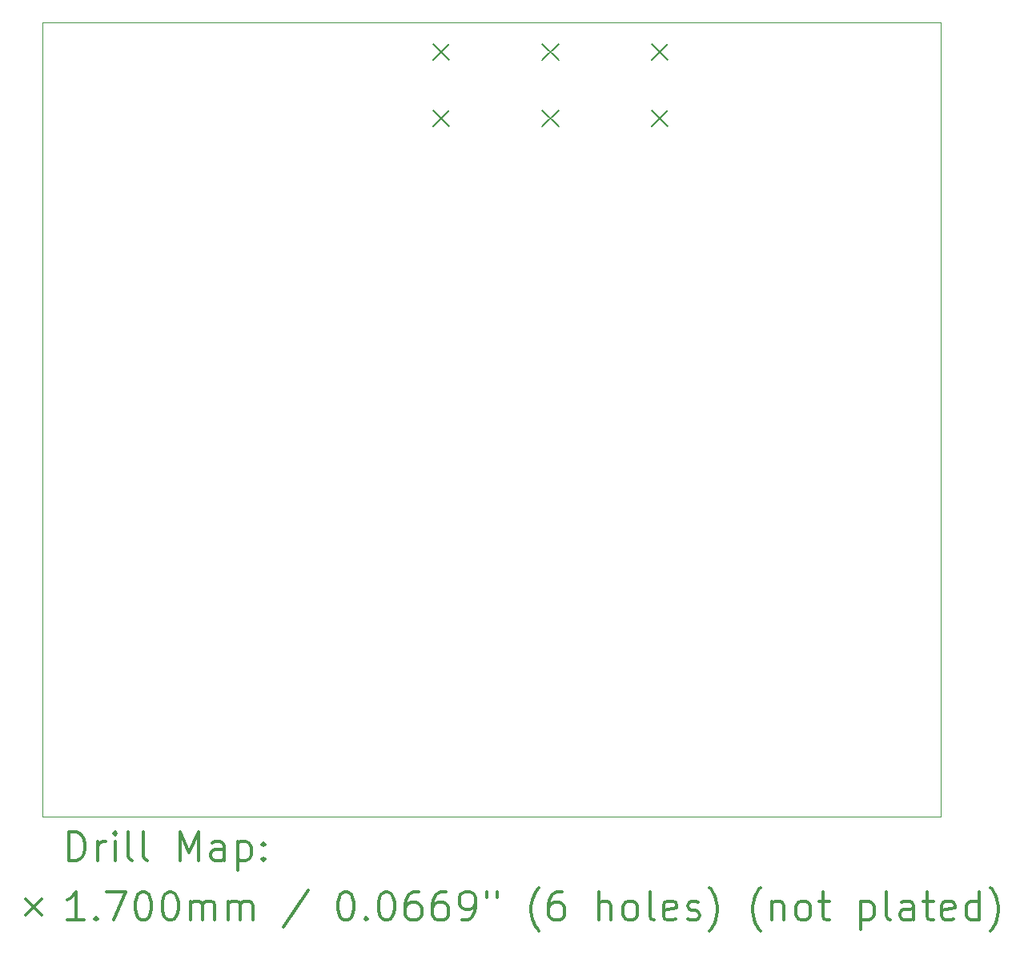
<source format=gbr>
%FSLAX45Y45*%
G04 Gerber Fmt 4.5, Leading zero omitted, Abs format (unit mm)*
G04 Created by KiCad (PCBNEW (5.1.10)-1) date 2021-08-26 19:55:00*
%MOMM*%
%LPD*%
G01*
G04 APERTURE LIST*
%TA.AperFunction,Profile*%
%ADD10C,0.050000*%
%TD*%
%ADD11C,0.200000*%
%ADD12C,0.300000*%
G04 APERTURE END LIST*
D10*
X13920000Y-13940000D02*
X13120000Y-13940000D01*
X13920000Y-5540000D02*
X13920000Y-13940000D01*
X13220000Y-5540000D02*
X13920000Y-5540000D01*
X13220000Y-5540000D02*
X8320000Y-5540000D01*
X4420000Y-13940000D02*
X13220000Y-13940000D01*
X4420000Y-13640000D02*
X4420000Y-13940000D01*
X4420000Y-8940000D02*
X4420000Y-13640000D01*
X4420000Y-5540000D02*
X4420000Y-8940000D01*
X4520000Y-5540000D02*
X4420000Y-5540000D01*
X4720000Y-5540000D02*
X4520000Y-5540000D01*
X7620000Y-5540000D02*
X4720000Y-5540000D01*
X8920000Y-5540000D02*
X7620000Y-5540000D01*
D11*
X8555500Y-5767000D02*
X8725500Y-5937000D01*
X8725500Y-5767000D02*
X8555500Y-5937000D01*
X8555500Y-6467000D02*
X8725500Y-6637000D01*
X8725500Y-6467000D02*
X8555500Y-6637000D01*
X9710500Y-5767000D02*
X9880500Y-5937000D01*
X9880500Y-5767000D02*
X9710500Y-5937000D01*
X9710500Y-6467000D02*
X9880500Y-6637000D01*
X9880500Y-6467000D02*
X9710500Y-6637000D01*
X10867500Y-5765000D02*
X11037500Y-5935000D01*
X11037500Y-5765000D02*
X10867500Y-5935000D01*
X10867500Y-6465000D02*
X11037500Y-6635000D01*
X11037500Y-6465000D02*
X10867500Y-6635000D01*
D12*
X4703928Y-14408214D02*
X4703928Y-14108214D01*
X4775357Y-14108214D01*
X4818214Y-14122500D01*
X4846786Y-14151071D01*
X4861071Y-14179643D01*
X4875357Y-14236786D01*
X4875357Y-14279643D01*
X4861071Y-14336786D01*
X4846786Y-14365357D01*
X4818214Y-14393929D01*
X4775357Y-14408214D01*
X4703928Y-14408214D01*
X5003928Y-14408214D02*
X5003928Y-14208214D01*
X5003928Y-14265357D02*
X5018214Y-14236786D01*
X5032500Y-14222500D01*
X5061071Y-14208214D01*
X5089643Y-14208214D01*
X5189643Y-14408214D02*
X5189643Y-14208214D01*
X5189643Y-14108214D02*
X5175357Y-14122500D01*
X5189643Y-14136786D01*
X5203928Y-14122500D01*
X5189643Y-14108214D01*
X5189643Y-14136786D01*
X5375357Y-14408214D02*
X5346786Y-14393929D01*
X5332500Y-14365357D01*
X5332500Y-14108214D01*
X5532500Y-14408214D02*
X5503928Y-14393929D01*
X5489643Y-14365357D01*
X5489643Y-14108214D01*
X5875357Y-14408214D02*
X5875357Y-14108214D01*
X5975357Y-14322500D01*
X6075357Y-14108214D01*
X6075357Y-14408214D01*
X6346786Y-14408214D02*
X6346786Y-14251071D01*
X6332500Y-14222500D01*
X6303928Y-14208214D01*
X6246786Y-14208214D01*
X6218214Y-14222500D01*
X6346786Y-14393929D02*
X6318214Y-14408214D01*
X6246786Y-14408214D01*
X6218214Y-14393929D01*
X6203928Y-14365357D01*
X6203928Y-14336786D01*
X6218214Y-14308214D01*
X6246786Y-14293929D01*
X6318214Y-14293929D01*
X6346786Y-14279643D01*
X6489643Y-14208214D02*
X6489643Y-14508214D01*
X6489643Y-14222500D02*
X6518214Y-14208214D01*
X6575357Y-14208214D01*
X6603928Y-14222500D01*
X6618214Y-14236786D01*
X6632500Y-14265357D01*
X6632500Y-14351071D01*
X6618214Y-14379643D01*
X6603928Y-14393929D01*
X6575357Y-14408214D01*
X6518214Y-14408214D01*
X6489643Y-14393929D01*
X6761071Y-14379643D02*
X6775357Y-14393929D01*
X6761071Y-14408214D01*
X6746786Y-14393929D01*
X6761071Y-14379643D01*
X6761071Y-14408214D01*
X6761071Y-14222500D02*
X6775357Y-14236786D01*
X6761071Y-14251071D01*
X6746786Y-14236786D01*
X6761071Y-14222500D01*
X6761071Y-14251071D01*
X4247500Y-14817500D02*
X4417500Y-14987500D01*
X4417500Y-14817500D02*
X4247500Y-14987500D01*
X4861071Y-15038214D02*
X4689643Y-15038214D01*
X4775357Y-15038214D02*
X4775357Y-14738214D01*
X4746786Y-14781071D01*
X4718214Y-14809643D01*
X4689643Y-14823929D01*
X4989643Y-15009643D02*
X5003928Y-15023929D01*
X4989643Y-15038214D01*
X4975357Y-15023929D01*
X4989643Y-15009643D01*
X4989643Y-15038214D01*
X5103928Y-14738214D02*
X5303928Y-14738214D01*
X5175357Y-15038214D01*
X5475357Y-14738214D02*
X5503928Y-14738214D01*
X5532500Y-14752500D01*
X5546786Y-14766786D01*
X5561071Y-14795357D01*
X5575357Y-14852500D01*
X5575357Y-14923929D01*
X5561071Y-14981071D01*
X5546786Y-15009643D01*
X5532500Y-15023929D01*
X5503928Y-15038214D01*
X5475357Y-15038214D01*
X5446786Y-15023929D01*
X5432500Y-15009643D01*
X5418214Y-14981071D01*
X5403928Y-14923929D01*
X5403928Y-14852500D01*
X5418214Y-14795357D01*
X5432500Y-14766786D01*
X5446786Y-14752500D01*
X5475357Y-14738214D01*
X5761071Y-14738214D02*
X5789643Y-14738214D01*
X5818214Y-14752500D01*
X5832500Y-14766786D01*
X5846786Y-14795357D01*
X5861071Y-14852500D01*
X5861071Y-14923929D01*
X5846786Y-14981071D01*
X5832500Y-15009643D01*
X5818214Y-15023929D01*
X5789643Y-15038214D01*
X5761071Y-15038214D01*
X5732500Y-15023929D01*
X5718214Y-15009643D01*
X5703928Y-14981071D01*
X5689643Y-14923929D01*
X5689643Y-14852500D01*
X5703928Y-14795357D01*
X5718214Y-14766786D01*
X5732500Y-14752500D01*
X5761071Y-14738214D01*
X5989643Y-15038214D02*
X5989643Y-14838214D01*
X5989643Y-14866786D02*
X6003928Y-14852500D01*
X6032500Y-14838214D01*
X6075357Y-14838214D01*
X6103928Y-14852500D01*
X6118214Y-14881071D01*
X6118214Y-15038214D01*
X6118214Y-14881071D02*
X6132500Y-14852500D01*
X6161071Y-14838214D01*
X6203928Y-14838214D01*
X6232500Y-14852500D01*
X6246786Y-14881071D01*
X6246786Y-15038214D01*
X6389643Y-15038214D02*
X6389643Y-14838214D01*
X6389643Y-14866786D02*
X6403928Y-14852500D01*
X6432500Y-14838214D01*
X6475357Y-14838214D01*
X6503928Y-14852500D01*
X6518214Y-14881071D01*
X6518214Y-15038214D01*
X6518214Y-14881071D02*
X6532500Y-14852500D01*
X6561071Y-14838214D01*
X6603928Y-14838214D01*
X6632500Y-14852500D01*
X6646786Y-14881071D01*
X6646786Y-15038214D01*
X7232500Y-14723929D02*
X6975357Y-15109643D01*
X7618214Y-14738214D02*
X7646786Y-14738214D01*
X7675357Y-14752500D01*
X7689643Y-14766786D01*
X7703928Y-14795357D01*
X7718214Y-14852500D01*
X7718214Y-14923929D01*
X7703928Y-14981071D01*
X7689643Y-15009643D01*
X7675357Y-15023929D01*
X7646786Y-15038214D01*
X7618214Y-15038214D01*
X7589643Y-15023929D01*
X7575357Y-15009643D01*
X7561071Y-14981071D01*
X7546786Y-14923929D01*
X7546786Y-14852500D01*
X7561071Y-14795357D01*
X7575357Y-14766786D01*
X7589643Y-14752500D01*
X7618214Y-14738214D01*
X7846786Y-15009643D02*
X7861071Y-15023929D01*
X7846786Y-15038214D01*
X7832500Y-15023929D01*
X7846786Y-15009643D01*
X7846786Y-15038214D01*
X8046786Y-14738214D02*
X8075357Y-14738214D01*
X8103928Y-14752500D01*
X8118214Y-14766786D01*
X8132500Y-14795357D01*
X8146786Y-14852500D01*
X8146786Y-14923929D01*
X8132500Y-14981071D01*
X8118214Y-15009643D01*
X8103928Y-15023929D01*
X8075357Y-15038214D01*
X8046786Y-15038214D01*
X8018214Y-15023929D01*
X8003928Y-15009643D01*
X7989643Y-14981071D01*
X7975357Y-14923929D01*
X7975357Y-14852500D01*
X7989643Y-14795357D01*
X8003928Y-14766786D01*
X8018214Y-14752500D01*
X8046786Y-14738214D01*
X8403928Y-14738214D02*
X8346786Y-14738214D01*
X8318214Y-14752500D01*
X8303928Y-14766786D01*
X8275357Y-14809643D01*
X8261071Y-14866786D01*
X8261071Y-14981071D01*
X8275357Y-15009643D01*
X8289643Y-15023929D01*
X8318214Y-15038214D01*
X8375357Y-15038214D01*
X8403928Y-15023929D01*
X8418214Y-15009643D01*
X8432500Y-14981071D01*
X8432500Y-14909643D01*
X8418214Y-14881071D01*
X8403928Y-14866786D01*
X8375357Y-14852500D01*
X8318214Y-14852500D01*
X8289643Y-14866786D01*
X8275357Y-14881071D01*
X8261071Y-14909643D01*
X8689643Y-14738214D02*
X8632500Y-14738214D01*
X8603928Y-14752500D01*
X8589643Y-14766786D01*
X8561071Y-14809643D01*
X8546786Y-14866786D01*
X8546786Y-14981071D01*
X8561071Y-15009643D01*
X8575357Y-15023929D01*
X8603928Y-15038214D01*
X8661071Y-15038214D01*
X8689643Y-15023929D01*
X8703928Y-15009643D01*
X8718214Y-14981071D01*
X8718214Y-14909643D01*
X8703928Y-14881071D01*
X8689643Y-14866786D01*
X8661071Y-14852500D01*
X8603928Y-14852500D01*
X8575357Y-14866786D01*
X8561071Y-14881071D01*
X8546786Y-14909643D01*
X8861071Y-15038214D02*
X8918214Y-15038214D01*
X8946786Y-15023929D01*
X8961071Y-15009643D01*
X8989643Y-14966786D01*
X9003928Y-14909643D01*
X9003928Y-14795357D01*
X8989643Y-14766786D01*
X8975357Y-14752500D01*
X8946786Y-14738214D01*
X8889643Y-14738214D01*
X8861071Y-14752500D01*
X8846786Y-14766786D01*
X8832500Y-14795357D01*
X8832500Y-14866786D01*
X8846786Y-14895357D01*
X8861071Y-14909643D01*
X8889643Y-14923929D01*
X8946786Y-14923929D01*
X8975357Y-14909643D01*
X8989643Y-14895357D01*
X9003928Y-14866786D01*
X9118214Y-14738214D02*
X9118214Y-14795357D01*
X9232500Y-14738214D02*
X9232500Y-14795357D01*
X9675357Y-15152500D02*
X9661071Y-15138214D01*
X9632500Y-15095357D01*
X9618214Y-15066786D01*
X9603928Y-15023929D01*
X9589643Y-14952500D01*
X9589643Y-14895357D01*
X9603928Y-14823929D01*
X9618214Y-14781071D01*
X9632500Y-14752500D01*
X9661071Y-14709643D01*
X9675357Y-14695357D01*
X9918214Y-14738214D02*
X9861071Y-14738214D01*
X9832500Y-14752500D01*
X9818214Y-14766786D01*
X9789643Y-14809643D01*
X9775357Y-14866786D01*
X9775357Y-14981071D01*
X9789643Y-15009643D01*
X9803928Y-15023929D01*
X9832500Y-15038214D01*
X9889643Y-15038214D01*
X9918214Y-15023929D01*
X9932500Y-15009643D01*
X9946786Y-14981071D01*
X9946786Y-14909643D01*
X9932500Y-14881071D01*
X9918214Y-14866786D01*
X9889643Y-14852500D01*
X9832500Y-14852500D01*
X9803928Y-14866786D01*
X9789643Y-14881071D01*
X9775357Y-14909643D01*
X10303928Y-15038214D02*
X10303928Y-14738214D01*
X10432500Y-15038214D02*
X10432500Y-14881071D01*
X10418214Y-14852500D01*
X10389643Y-14838214D01*
X10346786Y-14838214D01*
X10318214Y-14852500D01*
X10303928Y-14866786D01*
X10618214Y-15038214D02*
X10589643Y-15023929D01*
X10575357Y-15009643D01*
X10561071Y-14981071D01*
X10561071Y-14895357D01*
X10575357Y-14866786D01*
X10589643Y-14852500D01*
X10618214Y-14838214D01*
X10661071Y-14838214D01*
X10689643Y-14852500D01*
X10703928Y-14866786D01*
X10718214Y-14895357D01*
X10718214Y-14981071D01*
X10703928Y-15009643D01*
X10689643Y-15023929D01*
X10661071Y-15038214D01*
X10618214Y-15038214D01*
X10889643Y-15038214D02*
X10861071Y-15023929D01*
X10846786Y-14995357D01*
X10846786Y-14738214D01*
X11118214Y-15023929D02*
X11089643Y-15038214D01*
X11032500Y-15038214D01*
X11003928Y-15023929D01*
X10989643Y-14995357D01*
X10989643Y-14881071D01*
X11003928Y-14852500D01*
X11032500Y-14838214D01*
X11089643Y-14838214D01*
X11118214Y-14852500D01*
X11132500Y-14881071D01*
X11132500Y-14909643D01*
X10989643Y-14938214D01*
X11246786Y-15023929D02*
X11275357Y-15038214D01*
X11332500Y-15038214D01*
X11361071Y-15023929D01*
X11375357Y-14995357D01*
X11375357Y-14981071D01*
X11361071Y-14952500D01*
X11332500Y-14938214D01*
X11289643Y-14938214D01*
X11261071Y-14923929D01*
X11246786Y-14895357D01*
X11246786Y-14881071D01*
X11261071Y-14852500D01*
X11289643Y-14838214D01*
X11332500Y-14838214D01*
X11361071Y-14852500D01*
X11475357Y-15152500D02*
X11489643Y-15138214D01*
X11518214Y-15095357D01*
X11532500Y-15066786D01*
X11546786Y-15023929D01*
X11561071Y-14952500D01*
X11561071Y-14895357D01*
X11546786Y-14823929D01*
X11532500Y-14781071D01*
X11518214Y-14752500D01*
X11489643Y-14709643D01*
X11475357Y-14695357D01*
X12018214Y-15152500D02*
X12003928Y-15138214D01*
X11975357Y-15095357D01*
X11961071Y-15066786D01*
X11946786Y-15023929D01*
X11932500Y-14952500D01*
X11932500Y-14895357D01*
X11946786Y-14823929D01*
X11961071Y-14781071D01*
X11975357Y-14752500D01*
X12003928Y-14709643D01*
X12018214Y-14695357D01*
X12132500Y-14838214D02*
X12132500Y-15038214D01*
X12132500Y-14866786D02*
X12146786Y-14852500D01*
X12175357Y-14838214D01*
X12218214Y-14838214D01*
X12246786Y-14852500D01*
X12261071Y-14881071D01*
X12261071Y-15038214D01*
X12446786Y-15038214D02*
X12418214Y-15023929D01*
X12403928Y-15009643D01*
X12389643Y-14981071D01*
X12389643Y-14895357D01*
X12403928Y-14866786D01*
X12418214Y-14852500D01*
X12446786Y-14838214D01*
X12489643Y-14838214D01*
X12518214Y-14852500D01*
X12532500Y-14866786D01*
X12546786Y-14895357D01*
X12546786Y-14981071D01*
X12532500Y-15009643D01*
X12518214Y-15023929D01*
X12489643Y-15038214D01*
X12446786Y-15038214D01*
X12632500Y-14838214D02*
X12746786Y-14838214D01*
X12675357Y-14738214D02*
X12675357Y-14995357D01*
X12689643Y-15023929D01*
X12718214Y-15038214D01*
X12746786Y-15038214D01*
X13075357Y-14838214D02*
X13075357Y-15138214D01*
X13075357Y-14852500D02*
X13103928Y-14838214D01*
X13161071Y-14838214D01*
X13189643Y-14852500D01*
X13203928Y-14866786D01*
X13218214Y-14895357D01*
X13218214Y-14981071D01*
X13203928Y-15009643D01*
X13189643Y-15023929D01*
X13161071Y-15038214D01*
X13103928Y-15038214D01*
X13075357Y-15023929D01*
X13389643Y-15038214D02*
X13361071Y-15023929D01*
X13346786Y-14995357D01*
X13346786Y-14738214D01*
X13632500Y-15038214D02*
X13632500Y-14881071D01*
X13618214Y-14852500D01*
X13589643Y-14838214D01*
X13532500Y-14838214D01*
X13503928Y-14852500D01*
X13632500Y-15023929D02*
X13603928Y-15038214D01*
X13532500Y-15038214D01*
X13503928Y-15023929D01*
X13489643Y-14995357D01*
X13489643Y-14966786D01*
X13503928Y-14938214D01*
X13532500Y-14923929D01*
X13603928Y-14923929D01*
X13632500Y-14909643D01*
X13732500Y-14838214D02*
X13846786Y-14838214D01*
X13775357Y-14738214D02*
X13775357Y-14995357D01*
X13789643Y-15023929D01*
X13818214Y-15038214D01*
X13846786Y-15038214D01*
X14061071Y-15023929D02*
X14032500Y-15038214D01*
X13975357Y-15038214D01*
X13946786Y-15023929D01*
X13932500Y-14995357D01*
X13932500Y-14881071D01*
X13946786Y-14852500D01*
X13975357Y-14838214D01*
X14032500Y-14838214D01*
X14061071Y-14852500D01*
X14075357Y-14881071D01*
X14075357Y-14909643D01*
X13932500Y-14938214D01*
X14332500Y-15038214D02*
X14332500Y-14738214D01*
X14332500Y-15023929D02*
X14303928Y-15038214D01*
X14246786Y-15038214D01*
X14218214Y-15023929D01*
X14203928Y-15009643D01*
X14189643Y-14981071D01*
X14189643Y-14895357D01*
X14203928Y-14866786D01*
X14218214Y-14852500D01*
X14246786Y-14838214D01*
X14303928Y-14838214D01*
X14332500Y-14852500D01*
X14446786Y-15152500D02*
X14461071Y-15138214D01*
X14489643Y-15095357D01*
X14503928Y-15066786D01*
X14518214Y-15023929D01*
X14532500Y-14952500D01*
X14532500Y-14895357D01*
X14518214Y-14823929D01*
X14503928Y-14781071D01*
X14489643Y-14752500D01*
X14461071Y-14709643D01*
X14446786Y-14695357D01*
M02*

</source>
